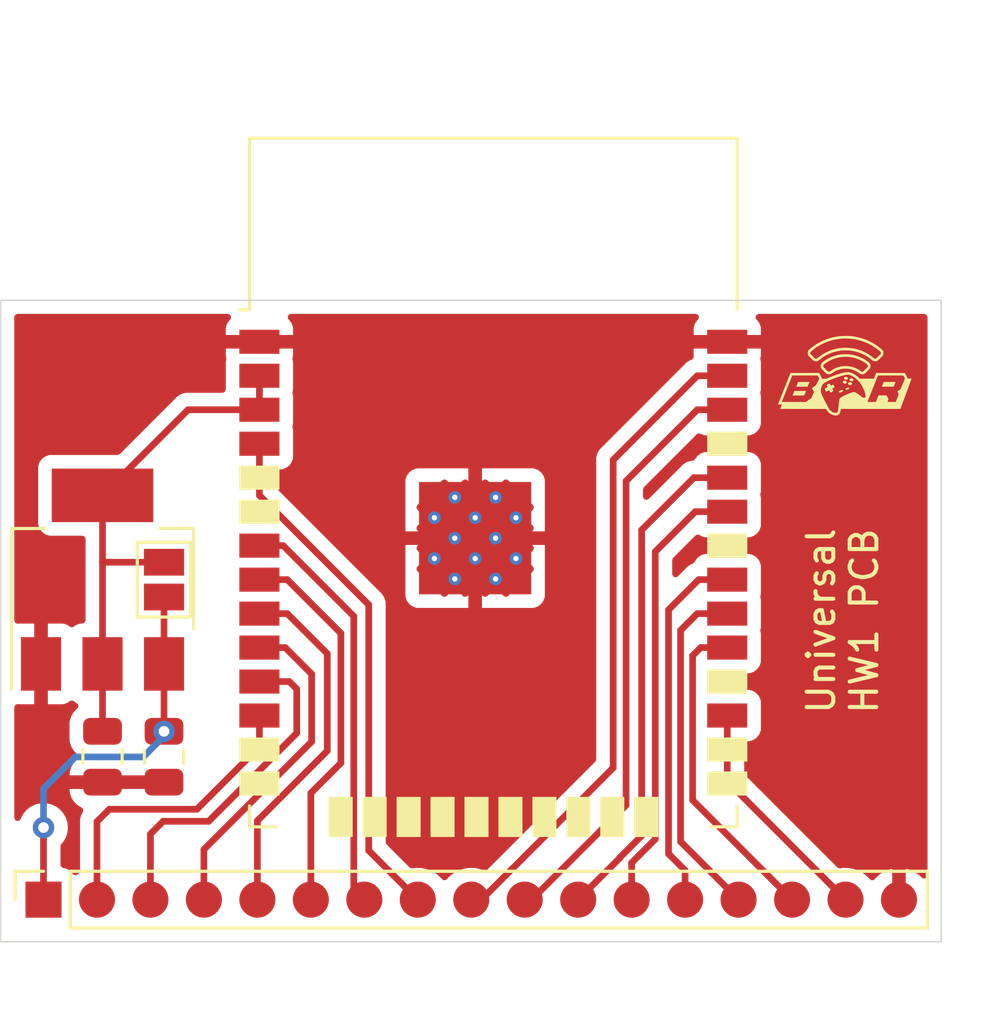
<source format=kicad_pcb>
(kicad_pcb (version 20211014) (generator pcbnew)
  (layers (0 "F.Cu" signal) (31 "B.Cu" signal) (34 "B.Paste" user) (35 "F.Paste" user) (36 "B.SilkS" user "B.Silkscreen") (37 "F.SilkS" user "F.Silkscreen") (38 "B.Mask" user) (39 "F.Mask" user) (44 "Edge.Cuts" user))
  (net 0 "")
  (net 1 "+5V")
  (net 2 "GND")
  (net 3 "+3V3")
  (net 4 "IO27")
  (net 5 "IO26")
  (net 6 "IO25")
  (net 7 "IO33")
  (net 8 "IO32")
  (net 9 "IO35")
  (net 10 "IO36")
  (net 11 "IO23")
  (net 12 "IO22")
  (net 13 "IO3")
  (net 14 "IO21")
  (net 15 "IO19")
  (net 16 "IO18")
  (net 17 "IO5")
  (net 18 "IO16")
  (footprint "br:logo" (layer "F.Cu") (at 162.8394 52.2224)
    (fp_text reference "G***" hide)
    (fp_text value "LOGO" hide)
  )
  (footprint "Jumper:SolderJumper-2_P1.3mm_Open_Pad1.0x1.5mm" (layer "F.Cu") (at 137.3772 59.8448 90)
    (fp_text reference "JP1" hide)
    (fp_text value "SolderJumper_2_Open")
    (pad "1" smd rect (at -0.65 0 90) (size 1 1.5) (layers "F.Cu" "F.Mask") (net 1 "+5V"))
    (pad "2" smd rect (at 0.65 0 90) (size 1 1.5) (layers "F.Cu" "F.Mask") (net 3 "+3V3"))
  )
  (footprint "Capacitor_SMD:C_0805_2012Metric" (layer "F.Cu") (at 137.3772 66.4648 -90)
    (fp_text reference "C1" hide)
    (fp_text value "1uF")
    (pad "1" smd roundrect (at -0.95 0 270) (size 1 1.45) (layers "F.Cu" "F.Paste" "F.Mask") (net 1 "+5V"))
    (pad "2" smd roundrect (at 0.95 0 270) (size 1 1.45) (layers "F.Cu" "F.Paste" "F.Mask") (net 2 "GND"))
  )
  (footprint "Capacitor_SMD:C_0805_2012Metric" (layer "F.Cu") (at 135.0772 66.4648 -90)
    (fp_text reference "C2" hide)
    (fp_text value "1uF")
    (pad "1" smd roundrect (at -0.95 0 270) (size 1 1.45) (layers "F.Cu" "F.Paste" "F.Mask") (net 3 "+3V3"))
    (pad "2" smd roundrect (at 0.95 0 270) (size 1 1.45) (layers "F.Cu" "F.Paste" "F.Mask") (net 2 "GND"))
  )
  (footprint "RF_Module:ESP32-WROOM-32" (layer "F.Cu") (at 149.696 59.2048)
    (fp_text reference "U2" hide)
    (fp_text value "ESP32-WROOM-32")
    (pad "" smd rect (at -8.75 -3.17) (size 1.5 0.9) (layers "F.SilkS"))
    (pad "" smd rect (at 8.75 8.26) (size 1.5 0.9) (layers "F.SilkS"))
    (pad "" smd rect (at -4.44 9.51 90) (size 1.5 0.9) (layers "F.SilkS"))
    (pad "1" smd rect (at -8.75 -8.25) (size 1.5 0.9) (layers "F.Cu" "F.Paste" "F.Mask") (net 2 "GND"))
    (pad "2" smd rect (at -8.75 -6.98) (size 1.5 0.9) (layers "F.Cu" "F.Paste" "F.Mask") (net 3 "+3V3"))
    (pad "3" smd rect (at -8.75 -5.71) (size 1.5 0.9) (layers "F.Cu" "F.Paste" "F.Mask") (net 3 "+3V3"))
    (pad "4" smd rect (at -8.75 -4.44) (size 1.5 0.9) (layers "F.Cu" "F.Paste" "F.Mask") (net 10 "IO36"))
    (pad "6" smd rect (at -8.75 -1.9) (size 1.5 0.9) (layers "F.SilkS"))
    (pad "7" smd rect (at -8.75 -0.63) (size 1.5 0.9) (layers "F.Cu" "F.Paste" "F.Mask") (net 9 "IO35"))
    (pad "8" smd rect (at -8.75 0.64) (size 1.5 0.9) (layers "F.Cu" "F.Paste" "F.Mask") (net 8 "IO32"))
    (pad "9" smd rect (at -8.75 1.91) (size 1.5 0.9) (layers "F.Cu" "F.Paste" "F.Mask") (net 7 "IO33"))
    (pad "10" smd rect (at -8.75 3.18) (size 1.5 0.9) (layers "F.Cu" "F.Paste" "F.Mask") (net 6 "IO25"))
    (pad "11" smd rect (at -8.75 4.45) (size 1.5 0.9) (layers "F.Cu" "F.Paste" "F.Mask") (net 5 "IO26"))
    (pad "12" smd rect (at -8.75 5.72) (size 1.5 0.9) (layers "F.Cu" "F.Paste" "F.Mask") (net 4 "IO27"))
    (pad "13" smd rect (at -8.75 6.99) (size 1.5 0.9) (layers "F.SilkS"))
    (pad "14" smd rect (at -8.75 8.26) (size 1.5 0.9) (layers "F.SilkS"))
    (pad "15" smd rect (at -5.71 9.51 90) (size 1.5 0.9) (layers "F.SilkS"))
    (pad "17" smd rect (at -3.17 9.51 90) (size 1.5 0.9) (layers "F.SilkS"))
    (pad "18" smd rect (at -1.9 9.51 90) (size 1.5 0.9) (layers "F.SilkS"))
    (pad "19" smd rect (at -0.63 9.51 90) (size 1.5 0.9) (layers "F.SilkS"))
    (pad "20" smd rect (at 0.64 9.51 90) (size 1.5 0.9) (layers "F.SilkS"))
    (pad "21" smd rect (at 1.91 9.51 90) (size 1.5 0.9) (layers "F.SilkS"))
    (pad "22" smd rect (at 3.18 9.51 90) (size 1.5 0.9) (layers "F.SilkS"))
    (pad "23" smd rect (at 4.45 9.51 90) (size 1.5 0.9) (layers "F.SilkS"))
    (pad "24" smd rect (at 5.72 9.51 90) (size 1.5 0.9) (layers "F.SilkS"))
    (pad "26" smd rect (at 8.75 6.99) (size 1.5 0.9) (layers "F.SilkS"))
    (pad "27" smd rect (at 8.75 5.72) (size 1.5 0.9) (layers "F.Cu" "F.Paste" "F.Mask") (net 18 "IO16"))
    (pad "28" smd rect (at 8.75 4.45) (size 1.5 0.9) (layers "F.SilkS"))
    (pad "29" smd rect (at 8.75 3.18) (size 1.5 0.9) (layers "F.Cu" "F.Paste" "F.Mask") (net 17 "IO5"))
    (pad "30" smd rect (at 8.75 1.91) (size 1.5 0.9) (layers "F.Cu" "F.Paste" "F.Mask") (net 16 "IO18"))
    (pad "31" smd rect (at 8.75 0.64) (size 1.5 0.9) (layers "F.Cu" "F.Paste" "F.Mask") (net 15 "IO19"))
    (pad "32" smd rect (at 8.75 -0.63) (size 1.5 0.9) (layers "F.SilkS"))
    (pad "33" smd rect (at 8.75 -1.9) (size 1.5 0.9) (layers "F.Cu" "F.Paste" "F.Mask") (net 14 "IO21"))
    (pad "34" smd rect (at 8.75 -3.17) (size 1.5 0.9) (layers "F.Cu" "F.Paste" "F.Mask") (net 13 "IO3"))
    (pad "35" smd rect (at 8.75 -4.44) (size 1.5 0.9) (layers "F.SilkS"))
    (pad "36" smd rect (at 8.75 -5.71) (size 1.5 0.9) (layers "F.Cu" "F.Paste" "F.Mask") (net 12 "IO22"))
    (pad "37" smd rect (at 8.75 -6.98) (size 1.5 0.9) (layers "F.Cu" "F.Paste" "F.Mask") (net 11 "IO23"))
    (pad "38" smd rect (at 8.75 -8.25) (size 1.5 0.9) (layers "F.Cu" "F.Paste" "F.Mask") (net 2 "GND"))
    (pad "39" thru_hole circle (at 0.845 -1.6725) (size 0.475 0.475) (drill 0.2) (layers *.Cu "F.Mask") (net 2 "GND"))
    (pad "39" smd rect (at -0.68 -0.91) (size 4.2 4.2) (layers "F.Cu" "F.Mask") (net 2 "GND"))
    (pad "39" smd rect (at 0.845 -0.91) (size 1.05 1.05) (layers "F.Cu" "F.Paste") (net 2 "GND"))
    (pad "39" thru_hole circle (at -1.4425 -2.435) (size 0.475 0.475) (drill 0.2) (layers *.Cu "F.Mask") (net 2 "GND"))
    (pad "39" thru_hole circle (at -1.4425 0.615) (size 0.475 0.475) (drill 0.2) (layers *.Cu "F.Mask") (net 2 "GND"))
    (pad "39" smd rect (at 0.845 -2.435) (size 1.05 1.05) (layers "F.Cu" "F.Paste") (net 2 "GND"))
    (pad "39" thru_hole circle (at -2.205 -1.6725) (size 0.475 0.475) (drill 0.2) (layers *.Cu "F.Mask") (net 2 "GND"))
    (pad "39" thru_hole circle (at 0.0825 0.615) (size 0.475 0.475) (drill 0.2) (layers *.Cu "F.Mask") (net 2 "GND"))
    (pad "39" thru_hole circle (at -0.68 -0.1475) (size 0.475 0.475) (drill 0.2) (layers *.Cu "F.Mask") (net 2 "GND"))
    (pad "39" thru_hole circle (at -0.68 -1.6725) (size 0.475 0.475) (drill 0.2) (layers *.Cu "F.Mask") (net 2 "GND"))
    (pad "39" smd rect (at -0.68 0.615) (size 1.05 1.05) (layers "F.Cu" "F.Paste") (net 2 "GND"))
    (pad "39" thru_hole circle (at 0.0825 -0.91) (size 0.475 0.475) (drill 0.2) (layers *.Cu "F.Mask") (net 2 "GND"))
    (pad "39" thru_hole circle (at 0.0825 -2.435) (size 0.475 0.475) (drill 0.2) (layers *.Cu "F.Mask") (net 2 "GND"))
    (pad "39" smd rect (at 0.845 0.615) (size 1.05 1.05) (layers "F.Cu" "F.Paste") (net 2 "GND"))
    (pad "39" thru_hole circle (at -1.4425 -0.91) (size 0.475 0.475) (drill 0.2) (layers *.Cu "F.Mask") (net 2 "GND"))
    (pad "39" smd rect (at -2.205 -0.91) (size 1.05 1.05) (layers "F.Cu" "F.Paste") (net 2 "GND"))
    (pad "39" thru_hole circle (at 0.845 -0.1475) (size 0.475 0.475) (drill 0.2) (layers *.Cu "F.Mask") (net 2 "GND"))
    (pad "39" smd rect (at -0.68 -2.435) (size 1.05 1.05) (layers "F.Cu" "F.Paste") (net 2 "GND"))
    (pad "39" thru_hole circle (at -2.205 -0.1475) (size 0.475 0.475) (drill 0.2) (layers *.Cu "F.Mask") (net 2 "GND"))
    (pad "39" smd rect (at -0.68 -0.91) (size 1.05 1.05) (layers "F.Cu" "F.Paste") (net 2 "GND"))
    (pad "39" smd rect (at -2.205 0.615) (size 1.05 1.05) (layers "F.Cu" "F.Paste") (net 2 "GND"))
    (pad "39" smd rect (at -2.205 -2.435) (size 1.05 1.05) (layers "F.Cu" "F.Paste") (net 2 "GND"))
    (zone (net 0) (net_name "") (layers *.Cu) (connect_pads (clearance 0)) (min_thickness 0.254)
      (keepout (tracks not_allowed) (vias not_allowed) (pads not_allowed) (copperpour not_allowed) (footprints not_allowed))
      (fill (thermal_gap 0.508) (thermal_bridge_width 0.508))
      (polygon (pts (xy 135.696 49.2348) (xy 163.696 49.2348) (xy 163.696 38.4548) (xy 135.696 38.4548)))
    )
  )
  (footprint "Package_TO_SOT_SMD:SOT-223-3_TabPin2" (layer "F.Cu") (at 135.0772 59.8448 90)
    (fp_text reference "U1" hide)
    (fp_text value "AMS1117-3.3")
    (pad "1" smd rect (at -3.15 -2.3 90) (size 2 1.5) (layers "F.Cu" "F.Paste" "F.Mask") (net 2 "GND"))
    (pad "2" smd rect (at -3.15 0 90) (size 2 1.5) (layers "F.Cu" "F.Paste" "F.Mask") (net 3 "+3V3"))
    (pad "2" smd rect (at 3.15 0 90) (size 2 3.8) (layers "F.Cu" "F.Paste" "F.Mask") (net 3 "+3V3"))
    (pad "3" smd rect (at -3.15 2.3 90) (size 2 1.5) (layers "F.Cu" "F.Paste" "F.Mask") (net 1 "+5V"))
  )
  (footprint "Connector_PinSocket_2.00mm:PinSocket_1x17_P2.00mm_Vertical" (layer "F.Cu") (at 132.8694 71.8058 90)
    (fp_text reference "J1" hide)
    (fp_text value "Conn_01x17")
    (pad "1" smd rect (at 0 0 90) (size 1.35 1.35) (layers "F.Cu" "F.Paste" "F.Mask") (net 1 "+5V"))
    (pad "2" smd oval (at 0 2 90) (size 1.35 1.35) (layers "F.Cu" "F.Paste" "F.Mask") (net 4 "IO27"))
    (pad "3" smd oval (at 0 4 90) (size 1.35 1.35) (layers "F.Cu" "F.Paste" "F.Mask") (net 5 "IO26"))
    (pad "4" smd oval (at 0 6 90) (size 1.35 1.35) (layers "F.Cu" "F.Paste" "F.Mask") (net 6 "IO25"))
    (pad "5" smd oval (at 0 8 90) (size 1.35 1.35) (layers "F.Cu" "F.Paste" "F.Mask") (net 7 "IO33"))
    (pad "6" smd oval (at 0 10 90) (size 1.35 1.35) (layers "F.Cu" "F.Paste" "F.Mask") (net 8 "IO32"))
    (pad "7" smd oval (at 0 12 90) (size 1.35 1.35) (layers "F.Cu" "F.Paste" "F.Mask") (net 9 "IO35"))
    (pad "8" smd oval (at 0 14 90) (size 1.35 1.35) (layers "F.Cu" "F.Paste" "F.Mask") (net 10 "IO36"))
    (pad "9" smd oval (at 0 16 90) (size 1.35 1.35) (layers "F.Cu" "F.Paste" "F.Mask") (net 11 "IO23"))
    (pad "10" smd oval (at 0 18 90) (size 1.35 1.35) (layers "F.Cu" "F.Paste" "F.Mask") (net 12 "IO22"))
    (pad "11" smd oval (at 0 20 90) (size 1.35 1.35) (layers "F.Cu" "F.Paste" "F.Mask") (net 13 "IO3"))
    (pad "12" smd oval (at 0 22 90) (size 1.35 1.35) (layers "F.Cu" "F.Paste" "F.Mask") (net 14 "IO21"))
    (pad "13" smd oval (at 0 24 90) (size 1.35 1.35) (layers "F.Cu" "F.Paste" "F.Mask") (net 15 "IO19"))
    (pad "14" smd oval (at 0 26 90) (size 1.35 1.35) (layers "F.Cu" "F.Paste" "F.Mask") (net 16 "IO18"))
    (pad "15" smd oval (at 0 28 90) (size 1.35 1.35) (layers "F.Cu" "F.Paste" "F.Mask") (net 17 "IO5"))
    (pad "16" smd oval (at 0 30 90) (size 1.35 1.35) (layers "F.Cu" "F.Paste" "F.Mask") (net 18 "IO16"))
    (pad "17" smd oval (at 0 32 90) (size 1.35 1.35) (layers "F.Cu" "F.Paste" "F.Mask") (net 2 "GND"))
  )
  (gr_rect (start 131.2672 49.403) (end 166.4462 73.3806) (layer "Edge.Cuts") (width 0.05) (fill none))
  (gr_text "Universal\nHW1 PCB" (at 162.7632 61.3918 90) (layer "F.SilkS") (effects (font (size 1 1))))
  (segment (start 137.3772 65.5148) (end 137.3772 62.9948) (width 0.25) (layer "F.Cu") (net 1))
  (segment (start 132.8694 71.8058) (end 132.8694 69.1114) (width 0.25) (layer "F.Cu") (net 1))
  (segment (start 137.3772 62.9948) (end 137.3772 60.4948) (width 0.25) (layer "F.Cu") (net 1))
  (via (at 132.8694 69.1114) (size 0.8) (drill 0.4) (layers "F.Cu" "B.Cu") (net 1))
  (via (at 137.3772 65.5148) (size 0.8) (drill 0.4) (layers "F.Cu" "B.Cu") (net 1))
  (segment (start 134.0612 66.4718) (end 136.6012 66.4718) (width 0.25) (layer "B.Cu") (net 1))
  (segment (start 132.8694 69.1114) (end 132.8694 67.6636) (width 0.25) (layer "B.Cu") (net 1))
  (segment (start 137.3772 65.6958) (end 137.3772 65.5148) (width 0.25) (layer "B.Cu") (net 1))
  (segment (start 132.8694 67.6636) (end 134.0612 66.4718) (width 0.25) (layer "B.Cu") (net 1))
  (segment (start 136.6012 66.4718) (end 137.3772 65.6958) (width 0.25) (layer "B.Cu") (net 1))
  (segment (start 135.0772 62.9948) (end 135.0772 59.182) (width 0.25) (layer "F.Cu") (net 3))
  (segment (start 135.09 59.1948) (end 135.0772 59.182) (width 0.25) (layer "F.Cu") (net 3))
  (segment (start 140.946 53.4948) (end 138.2772 53.4948) (width 0.25) (layer "F.Cu") (net 3))
  (segment (start 140.946 53.4948) (end 140.946 52.2248) (width 0.25) (layer "F.Cu") (net 3))
  (segment (start 137.3772 59.1948) (end 135.09 59.1948) (width 0.25) (layer "F.Cu") (net 3))
  (segment (start 135.0772 59.182) (end 135.0772 56.6948) (width 0.25) (layer "F.Cu") (net 3))
  (segment (start 135.0772 65.5148) (end 135.0772 62.9948) (width 0.25) (layer "F.Cu") (net 3))
  (segment (start 138.2772 53.4948) (end 135.0772 56.6948) (width 0.25) (layer "F.Cu") (net 3))
  (segment (start 140.946 66.0894) (end 138.6078 68.4276) (width 0.25) (layer "F.Cu") (net 4))
  (segment (start 135.3312 68.4276) (end 134.8694 68.8894) (width 0.25) (layer "F.Cu") (net 4))
  (segment (start 138.6078 68.4276) (end 135.3312 68.4276) (width 0.25) (layer "F.Cu") (net 4))
  (segment (start 140.946 64.9248) (end 140.946 66.0894) (width 0.25) (layer "F.Cu") (net 4))
  (segment (start 134.8694 68.8894) (end 134.8694 71.8058) (width 0.25) (layer "F.Cu") (net 4))
  (segment (start 137.345 68.8776) (end 136.8694 69.3532) (width 0.25) (layer "F.Cu") (net 5))
  (segment (start 142.3416 63.9318) (end 142.3416 65.5828) (width 0.25) (layer "F.Cu") (net 5))
  (segment (start 139.0468 68.8776) (end 137.345 68.8776) (width 0.25) (layer "F.Cu") (net 5))
  (segment (start 136.8694 69.3532) (end 136.8694 71.8058) (width 0.25) (layer "F.Cu") (net 5))
  (segment (start 142.0646 63.6548) (end 142.3416 63.9318) (width 0.25) (layer "F.Cu") (net 5))
  (segment (start 140.946 63.6548) (end 142.0646 63.6548) (width 0.25) (layer "F.Cu") (net 5))
  (segment (start 142.3416 65.5828) (end 139.0468 68.8776) (width 0.25) (layer "F.Cu") (net 5))
  (segment (start 140.946 62.3848) (end 141.9122 62.3848) (width 0.25) (layer "F.Cu") (net 6))
  (segment (start 138.8694 69.9313) (end 138.8694 71.8058) (width 0.25) (layer "F.Cu") (net 6))
  (segment (start 141.9122 62.3848) (end 142.9004 63.373) (width 0.25) (layer "F.Cu") (net 6))
  (segment (start 142.9004 65.9003) (end 138.8694 69.9313) (width 0.25) (layer "F.Cu") (net 6))
  (segment (start 142.9004 63.373) (end 142.9004 65.9003) (width 0.25) (layer "F.Cu") (net 6))
  (segment (start 140.8694 68.8584) (end 140.8694 71.8058) (width 0.25) (layer "F.Cu") (net 7))
  (segment (start 143.4846 66.2432) (end 140.8694 68.8584) (width 0.25) (layer "F.Cu") (net 7))
  (segment (start 143.4846 62.611) (end 143.4846 66.2432) (width 0.25) (layer "F.Cu") (net 7))
  (segment (start 140.946 61.1148) (end 141.9884 61.1148) (width 0.25) (layer "F.Cu") (net 7))
  (segment (start 141.9884 61.1148) (end 143.4846 62.611) (width 0.25) (layer "F.Cu") (net 7))
  (segment (start 142.8694 67.8236) (end 142.8694 71.8058) (width 0.25) (layer "F.Cu") (net 8))
  (segment (start 143.9926 66.7004) (end 142.8694 67.8236) (width 0.25) (layer "F.Cu") (net 8))
  (segment (start 140.946 59.8448) (end 141.9884 59.8448) (width 0.25) (layer "F.Cu") (net 8))
  (segment (start 143.9926 61.849) (end 143.9926 66.7004) (width 0.25) (layer "F.Cu") (net 8))
  (segment (start 141.9884 59.8448) (end 143.9926 61.849) (width 0.25) (layer "F.Cu") (net 8))
  (segment (start 140.946 58.5748) (end 141.836 58.5748) (width 0.25) (layer "F.Cu") (net 9))
  (segment (start 141.836 58.5748) (end 144.4752 61.214) (width 0.25) (layer "F.Cu") (net 9))
  (segment (start 144.4752 71.4116) (end 144.8694 71.8058) (width 0.25) (layer "F.Cu") (net 9))
  (segment (start 144.4752 61.214) (end 144.4752 71.4116) (width 0.25) (layer "F.Cu") (net 9))
  (segment (start 140.946 56.6942) (end 145.034 60.7822) (width 0.25) (layer "F.Cu") (net 10))
  (segment (start 140.946 54.7648) (end 140.946 56.6942) (width 0.25) (layer "F.Cu") (net 10))
  (segment (start 145.034 60.7822) (end 145.034 69.9704) (width 0.25) (layer "F.Cu") (net 10))
  (segment (start 145.034 69.9704) (end 146.8694 71.8058) (width 0.25) (layer "F.Cu") (net 10))
  (segment (start 154.178 55.372) (end 154.178 66.8782) (width 0.25) (layer "F.Cu") (net 11))
  (segment (start 158.446 52.2248) (end 157.3252 52.2248) (width 0.25) (layer "F.Cu") (net 11))
  (segment (start 157.3252 52.2248) (end 154.178 55.372) (width 0.25) (layer "F.Cu") (net 11))
  (segment (start 149.2504 71.8058) (end 148.8694 71.8058) (width 0.25) (layer "F.Cu") (net 11))
  (segment (start 154.178 66.8782) (end 149.2504 71.8058) (width 0.25) (layer "F.Cu") (net 11))
  (segment (start 157.3252 53.4948) (end 154.6606 56.1594) (width 0.25) (layer "F.Cu") (net 12))
  (segment (start 151.13 71.8058) (end 150.8694 71.8058) (width 0.25) (layer "F.Cu") (net 12))
  (segment (start 158.446 53.4948) (end 157.3252 53.4948) (width 0.25) (layer "F.Cu") (net 12))
  (segment (start 154.6606 68.2752) (end 151.13 71.8058) (width 0.25) (layer "F.Cu") (net 12))
  (segment (start 154.6606 56.1594) (end 154.6606 68.2752) (width 0.25) (layer "F.Cu") (net 12))
  (segment (start 154.4194 70.242204) (end 154.4194 70.2558) (width 0.25) (layer "F.Cu") (net 13))
  (segment (start 157.1982 56.0348) (end 155.2448 57.9882) (width 0.25) (layer "F.Cu") (net 13))
  (segment (start 155.2448 57.9882) (end 155.2448 69.416804) (width 0.25) (layer "F.Cu") (net 13))
  (segment (start 158.446 56.0348) (end 157.1982 56.0348) (width 0.25) (layer "F.Cu") (net 13))
  (segment (start 154.4194 70.2558) (end 152.8694 71.8058) (width 0.25) (layer "F.Cu") (net 13))
  (segment (start 155.2448 69.416804) (end 154.4194 70.242204) (width 0.25) (layer "F.Cu") (net 13))
  (segment (start 155.7528 69.5452) (end 154.8694 70.4286) (width 0.25) (layer "F.Cu") (net 14))
  (segment (start 154.8694 70.4286) (end 154.8694 71.8058) (width 0.25) (layer "F.Cu") (net 14))
  (segment (start 155.7528 58.801) (end 155.7528 69.5452) (width 0.25) (layer "F.Cu") (net 14))
  (segment (start 157.249 57.3048) (end 155.7528 58.801) (width 0.25) (layer "F.Cu") (net 14))
  (segment (start 158.446 57.3048) (end 157.249 57.3048) (width 0.25) (layer "F.Cu") (net 14))
  (segment (start 157.376 59.8448) (end 156.2498 60.971) (width 0.25) (layer "F.Cu") (net 15))
  (segment (start 156.2498 60.971) (end 156.2498 70.093) (width 0.25) (layer "F.Cu") (net 15))
  (segment (start 158.446 59.8448) (end 157.376 59.8448) (width 0.25) (layer "F.Cu") (net 15))
  (segment (start 156.2498 70.093) (end 156.8694 70.7126) (width 0.25) (layer "F.Cu") (net 15))
  (segment (start 156.8694 70.7126) (end 156.8694 71.8058) (width 0.25) (layer "F.Cu") (net 15))
  (segment (start 158.446 61.1148) (end 157.3252 61.1148) (width 0.25) (layer "F.Cu") (net 16))
  (segment (start 157.3252 61.1148) (end 156.6998 61.7402) (width 0.25) (layer "F.Cu") (net 16))
  (segment (start 156.6998 61.7402) (end 156.6998 69.6362) (width 0.25) (layer "F.Cu") (net 16))
  (segment (start 156.6998 69.6362) (end 158.8694 71.8058) (width 0.25) (layer "F.Cu") (net 16))
  (segment (start 158.446 62.3848) (end 157.4522 62.3848) (width 0.25) (layer "F.Cu") (net 17))
  (segment (start 157.1498 68.0862) (end 160.8694 71.8058) (width 0.25) (layer "F.Cu") (net 17))
  (segment (start 157.4522 62.3848) (end 157.1498 62.6872) (width 0.25) (layer "F.Cu") (net 17))
  (segment (start 157.1498 62.6872) (end 157.1498 68.0862) (width 0.25) (layer "F.Cu") (net 17))
  (segment (start 158.446 67.3824) (end 162.8694 71.8058) (width 0.25) (layer "F.Cu") (net 18))
  (segment (start 158.446 64.9248) (end 158.446 67.3824) (width 0.25) (layer "F.Cu") (net 18))
  (zone (net 2) (net_name "GND") (layer "F.Cu") (connect_pads (clearance 0.508)) (min_thickness 0.254) (fill yes (thermal_gap 0.508) (thermal_bridge_width 0.508))
    (polygon (pts (xy 131.2672 49.403) (xy 166.4462 49.403) (xy 166.4462 73.3806) (xy 131.2672 73.3806)))
  )
)
</source>
